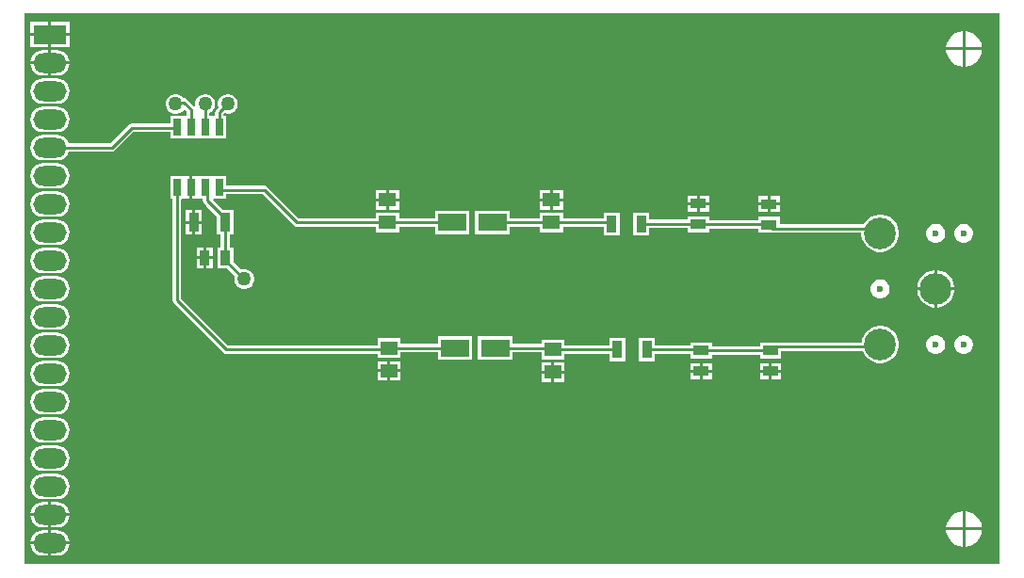
<source format=gbr>
%TF.GenerationSoftware,Altium Limited,Altium Designer,24.1.2 (44)*%
G04 Layer_Physical_Order=1*
G04 Layer_Color=255*
%FSLAX45Y45*%
%MOMM*%
%TF.SameCoordinates,081E4AA9-6FF8-4DA1-966E-1EA6E075E410*%
%TF.FilePolarity,Positive*%
%TF.FileFunction,Copper,L1,Top,Signal*%
%TF.Part,Single*%
G01*
G75*
%TA.AperFunction,SMDPad,CuDef*%
%ADD10R,1.55000X1.25000*%
%ADD11R,1.40000X0.95000*%
%ADD12R,0.90000X1.55000*%
%ADD13R,2.60000X1.60000*%
%ADD14R,0.70000X1.52500*%
%ADD15R,0.95000X1.40000*%
%ADD16R,0.95000X1.70000*%
%TA.AperFunction,Conductor*%
%ADD17C,0.25400*%
%TA.AperFunction,ComponentPad*%
%ADD18C,2.85000*%
%ADD19C,0.60000*%
%ADD20R,3.00000X1.78000*%
%ADD21O,3.00000X1.78000*%
%TA.AperFunction,ViaPad*%
%ADD22C,1.27000*%
G36*
X8826500Y63500D02*
X63500D01*
Y5016500D01*
X8826500D01*
Y63500D01*
D02*
G37*
%LPC*%
G36*
X467500Y4940400D02*
X304800D01*
Y4838700D01*
X467500D01*
Y4940400D01*
D02*
G37*
G36*
X279400D02*
X116700D01*
Y4838700D01*
X279400D01*
Y4940400D01*
D02*
G37*
G36*
X467500Y4813300D02*
X304800D01*
Y4711600D01*
X467500D01*
Y4813300D01*
D02*
G37*
G36*
X279400D02*
X116700D01*
Y4711600D01*
X279400D01*
Y4813300D01*
D02*
G37*
G36*
X353100Y4687387D02*
X304800D01*
Y4584700D01*
X466815D01*
X464555Y4601864D01*
X453028Y4629694D01*
X434691Y4653591D01*
X410794Y4671928D01*
X382964Y4683455D01*
X353100Y4687387D01*
D02*
G37*
G36*
X279400D02*
X231100D01*
X201236Y4683455D01*
X173407Y4671928D01*
X149509Y4653591D01*
X131172Y4629694D01*
X119645Y4601864D01*
X117385Y4584700D01*
X279400D01*
Y4687387D01*
D02*
G37*
G36*
X8524759Y4859000D02*
X8493241D01*
X8462330Y4852851D01*
X8433211Y4840790D01*
X8407006Y4823280D01*
X8384720Y4800994D01*
X8367210Y4774789D01*
X8355149Y4745670D01*
X8349000Y4714759D01*
Y4683241D01*
X8355149Y4652330D01*
X8367210Y4623211D01*
X8384720Y4597006D01*
X8407006Y4574720D01*
X8433211Y4557210D01*
X8462330Y4545149D01*
X8493241Y4539000D01*
X8524759D01*
X8555670Y4545149D01*
X8584789Y4557210D01*
X8610994Y4574720D01*
X8633280Y4597006D01*
X8650790Y4623211D01*
X8662851Y4652330D01*
X8669000Y4683241D01*
Y4714759D01*
X8662851Y4745670D01*
X8650790Y4774789D01*
X8633280Y4800994D01*
X8610994Y4823280D01*
X8584789Y4840790D01*
X8555670Y4852851D01*
X8524759Y4859000D01*
D02*
G37*
G36*
X466815Y4559300D02*
X304800D01*
Y4456613D01*
X353100D01*
X382964Y4460545D01*
X410794Y4472072D01*
X434691Y4490409D01*
X453028Y4514306D01*
X464555Y4542136D01*
X466815Y4559300D01*
D02*
G37*
G36*
X279400D02*
X117385D01*
X119645Y4542136D01*
X131172Y4514306D01*
X149509Y4490409D01*
X173406Y4472072D01*
X201236Y4460545D01*
X231100Y4456613D01*
X279400D01*
Y4559300D01*
D02*
G37*
G36*
X353100Y4433387D02*
X231100D01*
X201236Y4429455D01*
X173407Y4417928D01*
X149509Y4399591D01*
X131172Y4375694D01*
X119645Y4347864D01*
X115713Y4318000D01*
X119645Y4288136D01*
X131172Y4260306D01*
X149509Y4236409D01*
X173406Y4218072D01*
X201236Y4206545D01*
X231100Y4202613D01*
X353100D01*
X382964Y4206545D01*
X410794Y4218072D01*
X434691Y4236409D01*
X453028Y4260306D01*
X464555Y4288136D01*
X468487Y4318000D01*
X464555Y4347864D01*
X453028Y4375694D01*
X434691Y4399591D01*
X410794Y4417928D01*
X382964Y4429455D01*
X353100Y4433387D01*
D02*
G37*
G36*
X1904004Y4292600D02*
X1880596D01*
X1857986Y4286542D01*
X1837714Y4274838D01*
X1821162Y4258286D01*
X1809458Y4238014D01*
X1803400Y4215404D01*
Y4191996D01*
X1808104Y4174441D01*
X1788631Y4154969D01*
X1780211Y4142366D01*
X1777253Y4127500D01*
Y4102931D01*
X1768273Y4093950D01*
X1755700Y4093950D01*
X1743000Y4093950D01*
X1727947D01*
Y4123475D01*
X1743686Y4132562D01*
X1760238Y4149114D01*
X1771942Y4169386D01*
X1778000Y4191996D01*
Y4215404D01*
X1771942Y4238014D01*
X1760238Y4258286D01*
X1743686Y4274838D01*
X1723414Y4286542D01*
X1700804Y4292600D01*
X1677396D01*
X1654786Y4286542D01*
X1634514Y4274838D01*
X1617962Y4258286D01*
X1606258Y4238014D01*
X1600200Y4215404D01*
Y4191996D01*
X1602293Y4184184D01*
X1590569Y4178872D01*
X1589569Y4180369D01*
X1523890Y4246048D01*
X1511287Y4254469D01*
X1496421Y4257426D01*
X1494034D01*
X1493538Y4258286D01*
X1476986Y4274838D01*
X1456714Y4286542D01*
X1434104Y4292600D01*
X1410696D01*
X1388086Y4286542D01*
X1367814Y4274838D01*
X1351262Y4258286D01*
X1339558Y4238014D01*
X1333500Y4215404D01*
Y4191996D01*
X1339558Y4169386D01*
X1351262Y4149114D01*
X1367814Y4132562D01*
X1388086Y4120858D01*
X1410696Y4114800D01*
X1434104D01*
X1456714Y4120858D01*
X1476986Y4132562D01*
X1493538Y4149114D01*
X1494695Y4151118D01*
X1507287Y4152776D01*
X1523253Y4136809D01*
Y4102931D01*
X1514273Y4093950D01*
X1501700Y4093950D01*
X1489000Y4093950D01*
X1374700D01*
Y4026647D01*
X1025646D01*
X1010780Y4023689D01*
X998178Y4015269D01*
X831756Y3848847D01*
X460835D01*
X453028Y3867694D01*
X434691Y3891591D01*
X410794Y3909928D01*
X382964Y3921455D01*
X353100Y3925387D01*
X231100D01*
X201236Y3921455D01*
X173407Y3909928D01*
X149509Y3891591D01*
X131172Y3867694D01*
X119645Y3839864D01*
X115713Y3810000D01*
X119645Y3780136D01*
X131172Y3752306D01*
X149509Y3728409D01*
X173406Y3710072D01*
X201236Y3698545D01*
X231100Y3694613D01*
X353100D01*
X382964Y3698545D01*
X410794Y3710072D01*
X434691Y3728409D01*
X453028Y3752306D01*
X460835Y3771153D01*
X847846D01*
X862712Y3774111D01*
X875315Y3782531D01*
X1041737Y3948953D01*
X1374700D01*
Y3890650D01*
X1489000D01*
X1495500Y3890650D01*
X1508200Y3890650D01*
X1616000D01*
X1622500Y3890650D01*
X1635200Y3890650D01*
X1743000D01*
X1749500Y3890650D01*
X1762200Y3890650D01*
X1876500D01*
Y4093950D01*
X1854947D01*
Y4110925D01*
X1864450Y4119126D01*
X1880596Y4114800D01*
X1904004D01*
X1926614Y4120858D01*
X1946886Y4132562D01*
X1963438Y4149114D01*
X1975142Y4169386D01*
X1981200Y4191996D01*
Y4215404D01*
X1975142Y4238014D01*
X1963438Y4258286D01*
X1946886Y4274838D01*
X1926614Y4286542D01*
X1904004Y4292600D01*
D02*
G37*
G36*
X353100Y4179387D02*
X231100D01*
X201236Y4175455D01*
X173407Y4163928D01*
X149509Y4145591D01*
X131172Y4121694D01*
X119645Y4093864D01*
X115713Y4064000D01*
X119645Y4034136D01*
X131172Y4006306D01*
X149509Y3982409D01*
X173406Y3964072D01*
X201236Y3952545D01*
X231100Y3948613D01*
X353100D01*
X382964Y3952545D01*
X410794Y3964072D01*
X434691Y3982409D01*
X453028Y4006306D01*
X464555Y4034136D01*
X468487Y4064000D01*
X464555Y4093864D01*
X453028Y4121694D01*
X434691Y4145591D01*
X410794Y4163928D01*
X382964Y4175455D01*
X353100Y4179387D01*
D02*
G37*
G36*
X1755700Y3551550D02*
X1743000Y3551550D01*
X1635200D01*
X1628700Y3551550D01*
X1616000Y3551550D01*
X1574800D01*
Y3449900D01*
Y3348250D01*
X1616000D01*
X1622500Y3348250D01*
X1635200Y3348250D01*
X1667504D01*
Y3335550D01*
X1670461Y3320684D01*
X1678882Y3308081D01*
X1699127Y3287835D01*
X1699731Y3286931D01*
X1794300Y3192363D01*
Y3026500D01*
X1828353D01*
Y2914800D01*
X1797600D01*
Y2724000D01*
X1888463D01*
X1954304Y2658159D01*
X1949600Y2640604D01*
Y2617196D01*
X1955658Y2594586D01*
X1967362Y2574314D01*
X1983914Y2557762D01*
X2004186Y2546058D01*
X2026796Y2540000D01*
X2050204D01*
X2072814Y2546058D01*
X2093086Y2557762D01*
X2109638Y2574314D01*
X2121341Y2594586D01*
X2127400Y2617196D01*
Y2640604D01*
X2121341Y2663214D01*
X2109638Y2683486D01*
X2093086Y2700038D01*
X2072814Y2711742D01*
X2050204Y2717800D01*
X2026796D01*
X2009241Y2713096D01*
X1943400Y2778937D01*
Y2914800D01*
X1906046D01*
Y3026500D01*
X1940100D01*
Y3247300D01*
X1849237D01*
X1760987Y3335550D01*
X1766248Y3348250D01*
X1876500D01*
Y3390153D01*
X2206409D01*
X2488032Y3108531D01*
X2500634Y3100110D01*
X2515500Y3097153D01*
X3224500D01*
Y3048100D01*
X3430300D01*
Y3097153D01*
X3754000D01*
Y3031500D01*
X4064800D01*
Y3242300D01*
X3754000D01*
Y3174846D01*
X3430300D01*
Y3223900D01*
X3224500D01*
Y3174846D01*
X2531591D01*
X2249969Y3456469D01*
X2237366Y3464889D01*
X2222500Y3467847D01*
X1876500D01*
Y3551550D01*
X1762200D01*
X1755700Y3551550D01*
D02*
G37*
G36*
X353100Y3671387D02*
X231100D01*
X201236Y3667455D01*
X173407Y3655928D01*
X149509Y3637591D01*
X131172Y3613694D01*
X119645Y3585864D01*
X115713Y3556000D01*
X119645Y3526136D01*
X131172Y3498306D01*
X149509Y3474409D01*
X173406Y3456072D01*
X201236Y3444545D01*
X231100Y3440613D01*
X353100D01*
X382964Y3444545D01*
X410794Y3456072D01*
X434691Y3474409D01*
X453028Y3498306D01*
X464555Y3526136D01*
X468487Y3556000D01*
X464555Y3585864D01*
X453028Y3613694D01*
X434691Y3637591D01*
X410794Y3655928D01*
X382964Y3667455D01*
X353100Y3671387D01*
D02*
G37*
G36*
X4903500Y3428900D02*
X4813300D01*
Y3353700D01*
X4903500D01*
Y3428900D01*
D02*
G37*
G36*
X4787900D02*
X4697700D01*
Y3353700D01*
X4787900D01*
Y3428900D01*
D02*
G37*
G36*
X3430300Y3428900D02*
X3340100D01*
Y3353700D01*
X3430300D01*
Y3428900D01*
D02*
G37*
G36*
X3314700D02*
X3224500D01*
Y3353700D01*
X3314700D01*
Y3428900D01*
D02*
G37*
G36*
X1501700Y3551550D02*
X1489000Y3551550D01*
X1374700D01*
Y3348250D01*
X1396253D01*
Y2438400D01*
X1399211Y2423534D01*
X1407631Y2410931D01*
X1852131Y1966431D01*
X1864734Y1958011D01*
X1879600Y1955053D01*
X3237200D01*
Y1919600D01*
X3443000D01*
Y1968654D01*
X3779400D01*
Y1901200D01*
X4090200D01*
Y2112000D01*
X3779400D01*
Y2046347D01*
X3443000D01*
Y2095400D01*
X3237200D01*
Y2032747D01*
X1895691D01*
X1473947Y2454491D01*
Y3339269D01*
X1482927Y3348250D01*
X1495500Y3348250D01*
X1508200Y3348250D01*
X1549400D01*
Y3449900D01*
Y3551550D01*
X1508200D01*
X1501700Y3551550D01*
D02*
G37*
G36*
X6216800Y3378500D02*
X6134100D01*
Y3318300D01*
X6216800D01*
Y3378500D01*
D02*
G37*
G36*
X6108700D02*
X6026000D01*
Y3318300D01*
X6108700D01*
Y3378500D01*
D02*
G37*
G36*
X6851800Y3374900D02*
X6769100D01*
Y3314700D01*
X6851800D01*
Y3374900D01*
D02*
G37*
G36*
X6743700D02*
X6661000D01*
Y3314700D01*
X6743700D01*
Y3374900D01*
D02*
G37*
G36*
X4903500Y3328300D02*
X4813300D01*
Y3253100D01*
X4903500D01*
Y3328300D01*
D02*
G37*
G36*
X4787900D02*
X4697700D01*
Y3253100D01*
X4787900D01*
Y3328300D01*
D02*
G37*
G36*
X3430300Y3328300D02*
X3340100D01*
Y3253100D01*
X3430300D01*
Y3328300D01*
D02*
G37*
G36*
X3314700D02*
X3224500D01*
Y3253100D01*
X3314700D01*
Y3328300D01*
D02*
G37*
G36*
X6216800Y3292900D02*
X6134100D01*
Y3232700D01*
X6216800D01*
Y3292900D01*
D02*
G37*
G36*
X6108700D02*
X6026000D01*
Y3232700D01*
X6108700D01*
Y3292900D01*
D02*
G37*
G36*
X6851800Y3289300D02*
X6769100D01*
Y3229100D01*
X6851800D01*
Y3289300D01*
D02*
G37*
G36*
X6743700D02*
X6661000D01*
Y3229100D01*
X6743700D01*
Y3289300D01*
D02*
G37*
G36*
X353100Y3417387D02*
X231100D01*
X201236Y3413455D01*
X173407Y3401928D01*
X149509Y3383591D01*
X131172Y3359694D01*
X119645Y3331864D01*
X115713Y3302000D01*
X119645Y3272136D01*
X131172Y3244306D01*
X149509Y3220409D01*
X173406Y3202072D01*
X201236Y3190545D01*
X231100Y3186613D01*
X353100D01*
X382964Y3190545D01*
X410794Y3202072D01*
X434691Y3220409D01*
X453028Y3244306D01*
X464555Y3272136D01*
X468487Y3302000D01*
X464555Y3331864D01*
X453028Y3359694D01*
X434691Y3383591D01*
X410794Y3401928D01*
X382964Y3413455D01*
X353100Y3417387D01*
D02*
G37*
G36*
X1660100Y3247300D02*
X1599900D01*
Y3149600D01*
X1660100D01*
Y3247300D01*
D02*
G37*
G36*
X1574500D02*
X1514300D01*
Y3149600D01*
X1574500D01*
Y3247300D01*
D02*
G37*
G36*
X1660100Y3124200D02*
X1599900D01*
Y3026500D01*
X1660100D01*
Y3124200D01*
D02*
G37*
G36*
X1574500D02*
X1514300D01*
Y3026500D01*
X1574500D01*
Y3124200D01*
D02*
G37*
G36*
X4424800Y3242300D02*
X4114000D01*
Y3031500D01*
X4424800D01*
Y3098053D01*
X4697700D01*
Y3048100D01*
X4903500D01*
Y3097154D01*
X5270800D01*
Y3021300D01*
X5411600D01*
Y3227100D01*
X5270800D01*
Y3174847D01*
X4903500D01*
Y3223900D01*
X4697700D01*
Y3175747D01*
X4424800D01*
Y3242300D01*
D02*
G37*
G36*
X8516243Y3125400D02*
X8493757D01*
X8472037Y3119580D01*
X8452563Y3108337D01*
X8436663Y3092437D01*
X8425420Y3072963D01*
X8419600Y3051243D01*
Y3028757D01*
X8425420Y3007037D01*
X8436663Y2987563D01*
X8452563Y2971663D01*
X8472037Y2960420D01*
X8493757Y2954600D01*
X8516243D01*
X8537963Y2960420D01*
X8557437Y2971663D01*
X8573337Y2987563D01*
X8584580Y3007037D01*
X8590400Y3028757D01*
Y3051243D01*
X8584580Y3072963D01*
X8573337Y3092437D01*
X8557437Y3108337D01*
X8537963Y3119580D01*
X8516243Y3125400D01*
D02*
G37*
G36*
X8266243D02*
X8243757D01*
X8222037Y3119580D01*
X8202563Y3108337D01*
X8186663Y3092437D01*
X8175420Y3072963D01*
X8169600Y3051243D01*
Y3028757D01*
X8175420Y3007037D01*
X8186663Y2987563D01*
X8202563Y2971663D01*
X8222037Y2960420D01*
X8243757Y2954600D01*
X8266243D01*
X8287963Y2960420D01*
X8307437Y2971663D01*
X8323337Y2987563D01*
X8334580Y3007037D01*
X8340400Y3028757D01*
Y3051243D01*
X8334580Y3072963D01*
X8323337Y3092437D01*
X8307437Y3108337D01*
X8287963Y3119580D01*
X8266243Y3125400D01*
D02*
G37*
G36*
X353100Y3163387D02*
X231100D01*
X201236Y3159455D01*
X173407Y3147928D01*
X149509Y3129591D01*
X131172Y3105694D01*
X119645Y3077864D01*
X115713Y3048000D01*
X119645Y3018136D01*
X131172Y2990306D01*
X149509Y2966409D01*
X173406Y2948072D01*
X201236Y2936545D01*
X231100Y2932613D01*
X353100D01*
X382964Y2936545D01*
X410794Y2948072D01*
X434691Y2966409D01*
X453028Y2990306D01*
X464555Y3018136D01*
X468487Y3048000D01*
X464555Y3077864D01*
X453028Y3105694D01*
X434691Y3129591D01*
X410794Y3147928D01*
X382964Y3159455D01*
X353100Y3163387D01*
D02*
G37*
G36*
X5676600Y3227100D02*
X5535800D01*
Y3021300D01*
X5676600D01*
Y3085353D01*
X6026000D01*
Y3047700D01*
X6216800D01*
Y3081754D01*
X6661000D01*
Y3044100D01*
X6787447D01*
X6791200Y3043354D01*
X7587100D01*
Y3023463D01*
X7593553Y2991026D01*
X7606209Y2960470D01*
X7624584Y2932970D01*
X7647970Y2909584D01*
X7675470Y2891209D01*
X7706025Y2878553D01*
X7738463Y2872100D01*
X7771537D01*
X7803974Y2878553D01*
X7834530Y2891209D01*
X7862030Y2909584D01*
X7885416Y2932970D01*
X7903791Y2960470D01*
X7916447Y2991026D01*
X7922900Y3023463D01*
Y3056537D01*
X7916447Y3088975D01*
X7903791Y3119530D01*
X7885416Y3147030D01*
X7862030Y3170416D01*
X7834530Y3188791D01*
X7803974Y3201447D01*
X7771537Y3207900D01*
X7738463D01*
X7706025Y3201447D01*
X7675470Y3188791D01*
X7647970Y3170416D01*
X7624584Y3147030D01*
X7607222Y3121047D01*
X6851800D01*
Y3189900D01*
X6661000D01*
Y3159447D01*
X6216800D01*
Y3193500D01*
X6026000D01*
Y3163047D01*
X5676600D01*
Y3227100D01*
D02*
G37*
G36*
X1758400Y2914800D02*
X1698200D01*
Y2832100D01*
X1758400D01*
Y2914800D01*
D02*
G37*
G36*
X1672800D02*
X1612600D01*
Y2832100D01*
X1672800D01*
Y2914800D01*
D02*
G37*
G36*
X1685500Y2819400D02*
D01*
D01*
D01*
D02*
G37*
G36*
X1758400Y2806700D02*
X1698200D01*
Y2724000D01*
X1758400D01*
Y2806700D01*
D02*
G37*
G36*
X1672800D02*
X1612600D01*
Y2724000D01*
X1672800D01*
Y2806700D01*
D02*
G37*
G36*
X353100Y2909387D02*
X231100D01*
X201236Y2905455D01*
X173407Y2893928D01*
X149509Y2875591D01*
X131172Y2851694D01*
X119645Y2823864D01*
X115713Y2794000D01*
X119645Y2764136D01*
X131172Y2736306D01*
X149509Y2712409D01*
X173406Y2694072D01*
X201236Y2682545D01*
X231100Y2678613D01*
X353100D01*
X382964Y2682545D01*
X410794Y2694072D01*
X434691Y2712409D01*
X453028Y2736306D01*
X464555Y2764136D01*
X468487Y2794000D01*
X464555Y2823864D01*
X453028Y2851694D01*
X434691Y2875591D01*
X410794Y2893928D01*
X382964Y2905455D01*
X353100Y2909387D01*
D02*
G37*
G36*
X8271537Y2707900D02*
X8267700D01*
Y2552700D01*
X8422900D01*
Y2556537D01*
X8416447Y2588975D01*
X8403791Y2619530D01*
X8385416Y2647030D01*
X8362030Y2670416D01*
X8334530Y2688791D01*
X8303975Y2701447D01*
X8271537Y2707900D01*
D02*
G37*
G36*
X8242300D02*
X8238463D01*
X8206025Y2701447D01*
X8175470Y2688791D01*
X8147970Y2670416D01*
X8124584Y2647030D01*
X8106209Y2619530D01*
X8093553Y2588975D01*
X8087100Y2556537D01*
Y2552700D01*
X8242300D01*
Y2707900D01*
D02*
G37*
G36*
X7766243Y2625400D02*
X7743757D01*
X7722037Y2619580D01*
X7702563Y2608337D01*
X7686663Y2592437D01*
X7675420Y2572963D01*
X7669600Y2551243D01*
Y2528757D01*
X7675420Y2507037D01*
X7686663Y2487563D01*
X7702563Y2471663D01*
X7722037Y2460420D01*
X7743757Y2454600D01*
X7766243D01*
X7787963Y2460420D01*
X7807437Y2471663D01*
X7823337Y2487563D01*
X7834580Y2507037D01*
X7840400Y2528757D01*
Y2551243D01*
X7834580Y2572963D01*
X7823337Y2592437D01*
X7807437Y2608337D01*
X7787963Y2619580D01*
X7766243Y2625400D01*
D02*
G37*
G36*
X353100Y2655387D02*
X231100D01*
X201236Y2651455D01*
X173407Y2639928D01*
X149509Y2621591D01*
X131172Y2597694D01*
X119645Y2569864D01*
X115713Y2540000D01*
X119645Y2510136D01*
X131172Y2482306D01*
X149509Y2458409D01*
X173406Y2440072D01*
X201236Y2428545D01*
X231100Y2424613D01*
X353100D01*
X382964Y2428545D01*
X410794Y2440072D01*
X434691Y2458409D01*
X453028Y2482306D01*
X464555Y2510136D01*
X468487Y2540000D01*
X464555Y2569864D01*
X453028Y2597694D01*
X434691Y2621591D01*
X410794Y2639928D01*
X382964Y2651455D01*
X353100Y2655387D01*
D02*
G37*
G36*
X8422900Y2527300D02*
X8267700D01*
Y2372100D01*
X8271537D01*
X8303975Y2378553D01*
X8334530Y2391209D01*
X8362030Y2409584D01*
X8385416Y2432970D01*
X8403791Y2460470D01*
X8416447Y2491025D01*
X8422900Y2523463D01*
Y2527300D01*
D02*
G37*
G36*
X8242300D02*
X8087100D01*
Y2523463D01*
X8093553Y2491025D01*
X8106209Y2460470D01*
X8124584Y2432970D01*
X8147970Y2409584D01*
X8175470Y2391209D01*
X8206025Y2378553D01*
X8238463Y2372100D01*
X8242300D01*
Y2527300D01*
D02*
G37*
G36*
X353100Y2401387D02*
X231100D01*
X201236Y2397455D01*
X173407Y2385928D01*
X149509Y2367591D01*
X131172Y2343694D01*
X119645Y2315864D01*
X115713Y2286000D01*
X119645Y2256136D01*
X131172Y2228306D01*
X149509Y2204409D01*
X173406Y2186072D01*
X201236Y2174545D01*
X231100Y2170613D01*
X353100D01*
X382964Y2174545D01*
X410794Y2186072D01*
X434691Y2204409D01*
X453028Y2228306D01*
X464555Y2256136D01*
X468487Y2286000D01*
X464555Y2315864D01*
X453028Y2343694D01*
X434691Y2367591D01*
X410794Y2385928D01*
X382964Y2397455D01*
X353100Y2401387D01*
D02*
G37*
G36*
X7771537Y2207900D02*
X7738463D01*
X7706025Y2201447D01*
X7675470Y2188791D01*
X7647970Y2170416D01*
X7624584Y2147030D01*
X7606209Y2119530D01*
X7593553Y2088974D01*
X7587480Y2058446D01*
X6803900D01*
X6800147Y2057700D01*
X6673700D01*
Y2023646D01*
X6242200D01*
Y2057700D01*
X6051400D01*
Y2032747D01*
X5727400D01*
Y2096800D01*
X5586600D01*
Y1891000D01*
X5727400D01*
Y1955053D01*
X6051400D01*
Y1911900D01*
X6242200D01*
Y1945953D01*
X6673700D01*
Y1911900D01*
X6864500D01*
Y1980753D01*
X7597807D01*
X7606209Y1960470D01*
X7624584Y1932970D01*
X7647970Y1909584D01*
X7675470Y1891209D01*
X7706025Y1878553D01*
X7738463Y1872100D01*
X7771537D01*
X7803974Y1878553D01*
X7834530Y1891209D01*
X7862030Y1909584D01*
X7885416Y1932970D01*
X7903791Y1960470D01*
X7916447Y1991025D01*
X7922900Y2023463D01*
Y2056537D01*
X7916447Y2088974D01*
X7903791Y2119530D01*
X7885416Y2147030D01*
X7862030Y2170416D01*
X7834530Y2188791D01*
X7803974Y2201447D01*
X7771537Y2207900D01*
D02*
G37*
G36*
X8516243Y2125400D02*
X8493757D01*
X8472037Y2119580D01*
X8452563Y2108337D01*
X8436663Y2092437D01*
X8425420Y2072963D01*
X8419600Y2051243D01*
Y2028757D01*
X8425420Y2007037D01*
X8436663Y1987563D01*
X8452563Y1971663D01*
X8472037Y1960420D01*
X8493757Y1954600D01*
X8516243D01*
X8537963Y1960420D01*
X8557437Y1971663D01*
X8573337Y1987563D01*
X8584580Y2007037D01*
X8590400Y2028757D01*
Y2051243D01*
X8584580Y2072963D01*
X8573337Y2092437D01*
X8557437Y2108337D01*
X8537963Y2119580D01*
X8516243Y2125400D01*
D02*
G37*
G36*
X8266243D02*
X8243757D01*
X8222037Y2119580D01*
X8202563Y2108337D01*
X8186663Y2092437D01*
X8175420Y2072963D01*
X8169600Y2051243D01*
Y2028757D01*
X8175420Y2007037D01*
X8186663Y1987563D01*
X8202563Y1971663D01*
X8222037Y1960420D01*
X8243757Y1954600D01*
X8266243D01*
X8287963Y1960420D01*
X8307437Y1971663D01*
X8323337Y1987563D01*
X8334580Y2007037D01*
X8340400Y2028757D01*
Y2051243D01*
X8334580Y2072963D01*
X8323337Y2092437D01*
X8307437Y2108337D01*
X8287963Y2119580D01*
X8266243Y2125400D01*
D02*
G37*
G36*
X353100Y2147387D02*
X231100D01*
X201236Y2143455D01*
X173407Y2131928D01*
X149509Y2113591D01*
X131172Y2089694D01*
X119645Y2061864D01*
X115713Y2032000D01*
X119645Y2002136D01*
X131172Y1974306D01*
X149509Y1950409D01*
X173406Y1932072D01*
X201236Y1920545D01*
X231100Y1916613D01*
X353100D01*
X382964Y1920545D01*
X410794Y1932072D01*
X434691Y1950409D01*
X453028Y1974306D01*
X464555Y2002136D01*
X468487Y2032000D01*
X464555Y2061864D01*
X453028Y2089694D01*
X434691Y2113591D01*
X410794Y2131928D01*
X382964Y2143455D01*
X353100Y2147387D01*
D02*
G37*
G36*
X4450200Y2112000D02*
X4139400D01*
Y1901200D01*
X4450200D01*
Y1967753D01*
X4710400D01*
Y1906900D01*
X4916200D01*
Y1955953D01*
X5321600D01*
Y1891000D01*
X5462400D01*
Y2096800D01*
X5321600D01*
Y2033646D01*
X4916200D01*
Y2082700D01*
X4710400D01*
Y2045447D01*
X4450200D01*
Y2112000D01*
D02*
G37*
G36*
X3443000Y1890400D02*
X3352800D01*
Y1815200D01*
X3443000D01*
Y1890400D01*
D02*
G37*
G36*
X3327400D02*
X3237200D01*
Y1815200D01*
X3327400D01*
Y1890400D01*
D02*
G37*
G36*
X6242200Y1872700D02*
X6159500D01*
Y1812500D01*
X6242200D01*
Y1872700D01*
D02*
G37*
G36*
X6864500D02*
X6781800D01*
Y1812500D01*
X6864500D01*
Y1872700D01*
D02*
G37*
G36*
X6134100D02*
X6051400D01*
Y1812500D01*
X6134100D01*
Y1872700D01*
D02*
G37*
G36*
X6756400D02*
X6673700D01*
Y1812500D01*
X6756400D01*
Y1872700D01*
D02*
G37*
G36*
X4916200Y1877700D02*
X4826000D01*
Y1802500D01*
X4916200D01*
Y1877700D01*
D02*
G37*
G36*
X4800600D02*
X4710400D01*
Y1802500D01*
X4800600D01*
Y1877700D01*
D02*
G37*
G36*
X6864500Y1787100D02*
X6781800D01*
Y1726900D01*
X6864500D01*
Y1787100D01*
D02*
G37*
G36*
X6756400D02*
X6673700D01*
Y1726900D01*
X6756400D01*
Y1787100D01*
D02*
G37*
G36*
X6242200D02*
X6159500D01*
Y1726900D01*
X6242200D01*
Y1787100D01*
D02*
G37*
G36*
X6134100D02*
X6051400D01*
Y1726900D01*
X6134100D01*
Y1787100D01*
D02*
G37*
G36*
X3443000Y1789800D02*
X3352800D01*
Y1714600D01*
X3443000D01*
Y1789800D01*
D02*
G37*
G36*
X3327400D02*
X3237200D01*
Y1714600D01*
X3327400D01*
Y1789800D01*
D02*
G37*
G36*
X4916200Y1777100D02*
X4826000D01*
Y1701900D01*
X4916200D01*
Y1777100D01*
D02*
G37*
G36*
X4800600D02*
X4710400D01*
Y1701900D01*
X4800600D01*
Y1777100D01*
D02*
G37*
G36*
X353100Y1893387D02*
X231100D01*
X201236Y1889455D01*
X173407Y1877928D01*
X149509Y1859591D01*
X131172Y1835694D01*
X119645Y1807864D01*
X115713Y1778000D01*
X119645Y1748136D01*
X131172Y1720306D01*
X149509Y1696409D01*
X173406Y1678072D01*
X201236Y1666545D01*
X231100Y1662613D01*
X353100D01*
X382964Y1666545D01*
X410794Y1678072D01*
X434691Y1696409D01*
X453028Y1720306D01*
X464555Y1748136D01*
X468487Y1778000D01*
X464555Y1807864D01*
X453028Y1835694D01*
X434691Y1859591D01*
X410794Y1877928D01*
X382964Y1889455D01*
X353100Y1893387D01*
D02*
G37*
G36*
Y1639387D02*
X231100D01*
X201236Y1635455D01*
X173407Y1623928D01*
X149509Y1605591D01*
X131172Y1581694D01*
X119645Y1553864D01*
X115713Y1524000D01*
X119645Y1494136D01*
X131172Y1466306D01*
X149509Y1442409D01*
X173406Y1424072D01*
X201236Y1412545D01*
X231100Y1408613D01*
X353100D01*
X382964Y1412545D01*
X410794Y1424072D01*
X434691Y1442409D01*
X453028Y1466306D01*
X464555Y1494136D01*
X468487Y1524000D01*
X464555Y1553864D01*
X453028Y1581694D01*
X434691Y1605591D01*
X410794Y1623928D01*
X382964Y1635455D01*
X353100Y1639387D01*
D02*
G37*
G36*
Y1385387D02*
X231100D01*
X201236Y1381455D01*
X173407Y1369928D01*
X149509Y1351591D01*
X131172Y1327694D01*
X119645Y1299864D01*
X115713Y1270000D01*
X119645Y1240136D01*
X131172Y1212306D01*
X149509Y1188409D01*
X173406Y1170072D01*
X201236Y1158545D01*
X231100Y1154613D01*
X353100D01*
X382964Y1158545D01*
X410794Y1170072D01*
X434691Y1188409D01*
X453028Y1212306D01*
X464555Y1240136D01*
X468487Y1270000D01*
X464555Y1299864D01*
X453028Y1327694D01*
X434691Y1351591D01*
X410794Y1369928D01*
X382964Y1381455D01*
X353100Y1385387D01*
D02*
G37*
G36*
Y1131387D02*
X231100D01*
X201236Y1127455D01*
X173407Y1115928D01*
X149509Y1097591D01*
X131172Y1073694D01*
X119645Y1045864D01*
X115713Y1016000D01*
X119645Y986136D01*
X131172Y958306D01*
X149509Y934409D01*
X173406Y916072D01*
X201236Y904545D01*
X231100Y900613D01*
X353100D01*
X382964Y904545D01*
X410794Y916072D01*
X434691Y934409D01*
X453028Y958306D01*
X464555Y986136D01*
X468487Y1016000D01*
X464555Y1045864D01*
X453028Y1073694D01*
X434691Y1097591D01*
X410794Y1115928D01*
X382964Y1127455D01*
X353100Y1131387D01*
D02*
G37*
G36*
Y877387D02*
X231100D01*
X201236Y873455D01*
X173407Y861928D01*
X149509Y843591D01*
X131172Y819694D01*
X119645Y791864D01*
X115713Y762000D01*
X119645Y732136D01*
X131172Y704306D01*
X149509Y680409D01*
X173406Y662072D01*
X201236Y650545D01*
X231100Y646613D01*
X353100D01*
X382964Y650545D01*
X410794Y662072D01*
X434691Y680409D01*
X453028Y704306D01*
X464555Y732136D01*
X468487Y762000D01*
X464555Y791864D01*
X453028Y819694D01*
X434691Y843591D01*
X410794Y861928D01*
X382964Y873455D01*
X353100Y877387D01*
D02*
G37*
G36*
Y623387D02*
X304800D01*
Y520700D01*
X466815D01*
X464555Y537864D01*
X453028Y565694D01*
X434691Y589591D01*
X410794Y607928D01*
X382964Y619455D01*
X353100Y623387D01*
D02*
G37*
G36*
X279400D02*
X231100D01*
X201236Y619455D01*
X173407Y607928D01*
X149509Y589591D01*
X131172Y565694D01*
X119645Y537864D01*
X117385Y520700D01*
X279400D01*
Y623387D01*
D02*
G37*
G36*
X466815Y495300D02*
X304800D01*
Y392613D01*
X353100D01*
X382964Y396545D01*
X410794Y408072D01*
X434691Y426409D01*
X453028Y450306D01*
X464555Y478136D01*
X466815Y495300D01*
D02*
G37*
G36*
X279400D02*
X117385D01*
X119645Y478136D01*
X131172Y450306D01*
X149509Y426409D01*
X173406Y408072D01*
X201236Y396545D01*
X231100Y392613D01*
X279400D01*
Y495300D01*
D02*
G37*
G36*
X353100Y369387D02*
X304800D01*
Y266700D01*
X466815D01*
X464555Y283864D01*
X453028Y311694D01*
X434691Y335591D01*
X410794Y353928D01*
X382964Y365455D01*
X353100Y369387D01*
D02*
G37*
G36*
X279400D02*
X231100D01*
X201236Y365455D01*
X173407Y353928D01*
X149509Y335591D01*
X131172Y311694D01*
X119645Y283864D01*
X117385Y266700D01*
X279400D01*
Y369387D01*
D02*
G37*
G36*
X8524759Y541000D02*
X8493241D01*
X8462330Y534851D01*
X8433211Y522790D01*
X8407006Y505280D01*
X8384720Y482994D01*
X8367210Y456789D01*
X8355149Y427670D01*
X8349000Y396759D01*
Y365241D01*
X8355149Y334330D01*
X8367210Y305211D01*
X8384720Y279006D01*
X8407006Y256720D01*
X8433211Y239210D01*
X8462330Y227149D01*
X8493241Y221000D01*
X8524759D01*
X8555670Y227149D01*
X8584789Y239210D01*
X8610994Y256720D01*
X8633280Y279006D01*
X8650790Y305211D01*
X8662851Y334330D01*
X8669000Y365241D01*
Y396759D01*
X8662851Y427670D01*
X8650790Y456789D01*
X8633280Y482994D01*
X8610994Y505280D01*
X8584789Y522790D01*
X8555670Y534851D01*
X8524759Y541000D01*
D02*
G37*
G36*
X466815Y241300D02*
X304800D01*
Y138613D01*
X353100D01*
X382964Y142545D01*
X410794Y154072D01*
X434691Y172409D01*
X453028Y196306D01*
X464555Y224136D01*
X466815Y241300D01*
D02*
G37*
G36*
X279400D02*
X117385D01*
X119645Y224136D01*
X131172Y196306D01*
X149509Y172409D01*
X173406Y154072D01*
X201236Y142545D01*
X231100Y138613D01*
X279400D01*
Y241300D01*
D02*
G37*
%LPD*%
G36*
X8521700Y4711700D02*
X8668999D01*
Y4699000D01*
Y4686300D01*
X8521700D01*
Y4539001D01*
X8496300D01*
Y4686300D01*
X8349001D01*
Y4699000D01*
Y4711700D01*
X8496300D01*
Y4858999D01*
X8521700D01*
Y4711700D01*
D02*
G37*
G36*
Y393700D02*
X8668999D01*
Y381000D01*
Y368300D01*
X8521700D01*
Y221001D01*
X8496300D01*
Y368300D01*
X8349001D01*
Y381000D01*
Y393700D01*
X8496300D01*
Y540999D01*
X8521700D01*
Y393700D01*
D02*
G37*
D10*
X3327400Y3136000D02*
D03*
Y3341000D02*
D03*
X4800600Y3341000D02*
D03*
Y3136000D02*
D03*
X3340100Y2007500D02*
D03*
Y1802500D02*
D03*
X4813300Y1994800D02*
D03*
Y1789800D02*
D03*
D11*
X6756400Y3117000D02*
D03*
Y3302000D02*
D03*
X6121400Y3120600D02*
D03*
Y3305600D02*
D03*
X6769100Y1984800D02*
D03*
Y1799800D02*
D03*
X6146800Y1984800D02*
D03*
Y1799800D02*
D03*
D12*
X5606200Y3124200D02*
D03*
X5341200D02*
D03*
X5657000Y1993900D02*
D03*
X5392000D02*
D03*
D13*
X3934800Y2006600D02*
D03*
X4294800D02*
D03*
X3909400Y3136900D02*
D03*
X4269400D02*
D03*
D14*
X1816100Y3992300D02*
D03*
X1689100D02*
D03*
X1562100D02*
D03*
X1435100D02*
D03*
Y3449900D02*
D03*
X1562100D02*
D03*
X1689100D02*
D03*
X1816100D02*
D03*
D15*
X1870500Y2819400D02*
D03*
X1685500D02*
D03*
D16*
X1587200Y3136900D02*
D03*
X1867200D02*
D03*
D17*
X1816100Y4127500D02*
X1892300Y4203700D01*
X1816100Y3992300D02*
Y4127500D01*
X1689100Y3992300D02*
Y4203700D01*
X1496421Y4218579D02*
X1562100Y4152900D01*
X1422400Y4203700D02*
X1437279Y4218579D01*
X1496421D01*
X1562100Y3992300D02*
Y4152900D01*
X1025646Y3987800D02*
X1430600D01*
X1435100Y3992300D01*
X292100Y3810000D02*
X847846D01*
X1025646Y3987800D01*
X6756400Y3117000D02*
X6791200Y3082200D01*
X7712800D01*
X7755000Y3040000D01*
X6803900Y2019600D02*
X7734600D01*
X6769100Y1984800D02*
X6803900Y2019600D01*
X7734600D02*
X7755000Y2040000D01*
X1870500Y2796900D02*
X2038500Y2628900D01*
X1870500Y2796900D02*
Y2819400D01*
X292100Y1016000D02*
X298450Y1009650D01*
X7750300Y2959100D02*
X7755000Y2963800D01*
X6752800Y3120600D02*
X6756400Y3117000D01*
X6121400Y3120600D02*
X6752800D01*
X6117800Y3124200D02*
X6121400Y3120600D01*
X5606200Y3124200D02*
X6117800D01*
X6146800Y1984800D02*
X6769100D01*
X5657000Y1993900D02*
X6137700D01*
X6146800Y1984800D01*
X5391100Y1994800D02*
X5392000Y1993900D01*
X4813300Y1994800D02*
X5391100D01*
X4294800Y2006600D02*
X4801500D01*
X4813300Y1994800D01*
X3340100Y2007500D02*
X3933900D01*
X3934800Y2006600D01*
X5329400Y3136000D02*
X5341200Y3124200D01*
X4800600Y3136000D02*
X5329400D01*
X4799700Y3136900D02*
X4800600Y3136000D01*
X4269400Y3136900D02*
X4799700D01*
X3908500Y3136000D02*
X3909400Y3136900D01*
X3327400Y3136000D02*
X3908500D01*
X1837000Y3429000D02*
X2222500D01*
X1816100Y3449900D02*
X1837000Y3429000D01*
X2515500Y3136000D02*
X3327400D01*
X2222500Y3429000D02*
X2515500Y3136000D01*
X1727200Y3314400D02*
X1867200Y3174400D01*
X1706350Y3335550D02*
Y3432650D01*
X1689100Y3449900D02*
X1706350Y3432650D01*
Y3335550D02*
X1727200Y3314700D01*
X1867200Y3136900D02*
Y3174400D01*
X1727200Y3314400D02*
Y3314700D01*
X1867200Y2822700D02*
Y3136900D01*
Y2822700D02*
X1870500Y2819400D01*
X3326500Y1993900D02*
X3340100Y2007500D01*
X1879600Y1993900D02*
X3326500D01*
X1435100Y2438400D02*
X1879600Y1993900D01*
X1435100Y2438400D02*
Y3449900D01*
D18*
X8255000Y2540000D02*
D03*
X7755000Y3040000D02*
D03*
Y2040000D02*
D03*
D19*
X8505000D02*
D03*
X8255000D02*
D03*
X8505000Y3040000D02*
D03*
X8255000D02*
D03*
X7755000Y2540000D02*
D03*
D20*
X292100Y4826000D02*
D03*
D21*
Y4572000D02*
D03*
Y4318000D02*
D03*
Y4064000D02*
D03*
Y3810000D02*
D03*
Y3556000D02*
D03*
Y3302000D02*
D03*
Y3048000D02*
D03*
Y2794000D02*
D03*
Y2540000D02*
D03*
Y2286000D02*
D03*
Y2032000D02*
D03*
Y1778000D02*
D03*
Y1524000D02*
D03*
Y1270000D02*
D03*
Y1016000D02*
D03*
Y762000D02*
D03*
Y508000D02*
D03*
Y254000D02*
D03*
D22*
X1892300Y4203700D02*
D03*
X1422400D02*
D03*
X1689100D02*
D03*
X2038500Y2628900D02*
D03*
%TF.MD5,b344a645ec57fab6ed3ddcc629e921e1*%
M02*

</source>
